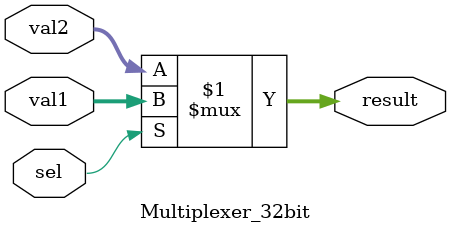
<source format=v>
`timescale 1ns / 1ps
module Multiplexer_32bit(input [31:0] val1 , input [31:0] val2 , input sel , output [31:0] result );

	assign result = sel ? val1 : val2;

endmodule

</source>
